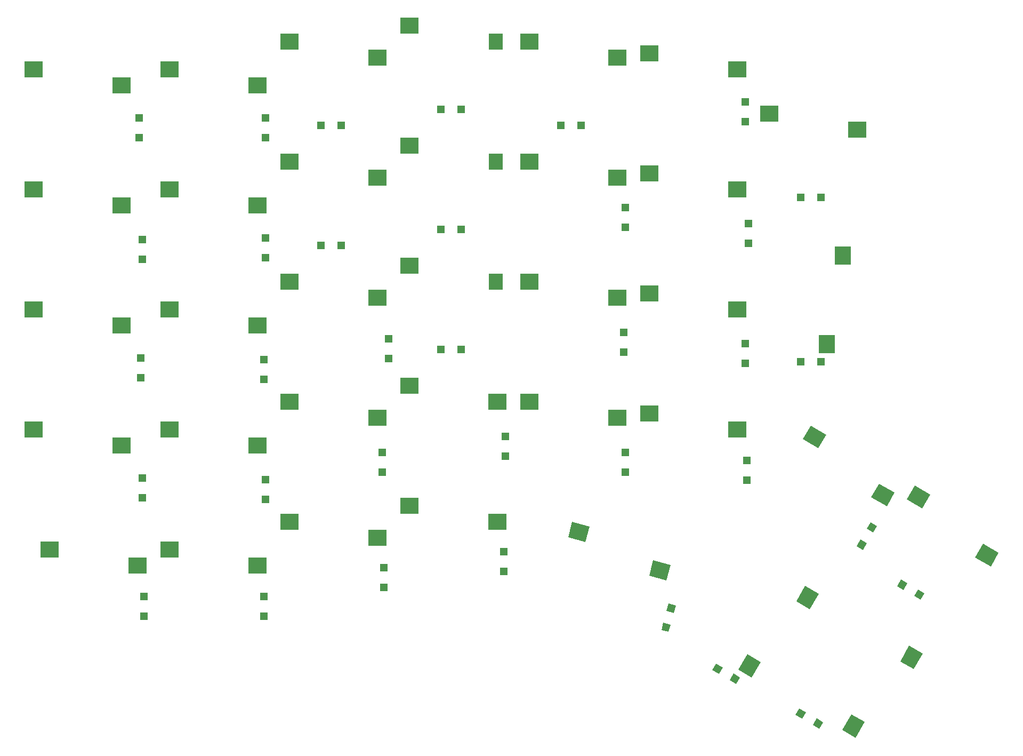
<source format=gtp>
G04 #@! TF.GenerationSoftware,KiCad,Pcbnew,(5.1.5)-3*
G04 #@! TF.CreationDate,2020-02-25T19:23:58+01:00*
G04 #@! TF.ProjectId,redox_rev1,7265646f-785f-4726-9576-312e6b696361,1.0*
G04 #@! TF.SameCoordinates,Original*
G04 #@! TF.FileFunction,Paste,Top*
G04 #@! TF.FilePolarity,Positive*
%FSLAX46Y46*%
G04 Gerber Fmt 4.6, Leading zero omitted, Abs format (unit mm)*
G04 Created by KiCad (PCBNEW (5.1.5)-3) date 2020-02-25 19:23:58*
%MOMM*%
%LPD*%
G04 APERTURE LIST*
%ADD10R,2.850000X2.500000*%
%ADD11R,1.200000X1.200000*%
%ADD12R,2.250000X2.500000*%
%ADD13R,2.500000X2.850000*%
%ADD14C,0.100000*%
G04 APERTURE END LIST*
D10*
X84790000Y-80645000D03*
X98806000Y-83185000D03*
X120396000Y-121285000D03*
X106380000Y-118745000D03*
D11*
X101600000Y-72441000D03*
X101600000Y-69291000D03*
X206705000Y-107950000D03*
X209855000Y-107950000D03*
D10*
X144480000Y-73660000D03*
D12*
X158196000Y-76200000D03*
D10*
X120396000Y-64135000D03*
X106380000Y-61595000D03*
X84790000Y-61595000D03*
X98806000Y-64135000D03*
X139446000Y-78740000D03*
X125430000Y-76200000D03*
X139446000Y-116840000D03*
X125430000Y-114300000D03*
X139446000Y-59690000D03*
X125430000Y-57150000D03*
X177546000Y-59690000D03*
X163530000Y-57150000D03*
X196596000Y-61595000D03*
X182580000Y-59055000D03*
X215646000Y-71120000D03*
X201630000Y-68580000D03*
X120396000Y-83185000D03*
X106380000Y-80645000D03*
X177546000Y-78740000D03*
X163530000Y-76200000D03*
X196596000Y-80645000D03*
X182580000Y-78105000D03*
D13*
X213360000Y-91140000D03*
X210820000Y-105156000D03*
D10*
X84790000Y-99695000D03*
X98806000Y-102235000D03*
X120396000Y-102235000D03*
X106380000Y-99695000D03*
X139446000Y-97790000D03*
X125430000Y-95250000D03*
X177546000Y-97790000D03*
X163530000Y-95250000D03*
X196596000Y-99695000D03*
X182580000Y-97155000D03*
D14*
G36*
X217880057Y-129488327D02*
G01*
X219130057Y-127323263D01*
X221598229Y-128748263D01*
X220348229Y-130913327D01*
X217880057Y-129488327D01*
G37*
G36*
X207011845Y-120280623D02*
G01*
X208261845Y-118115559D01*
X210730017Y-119540559D01*
X209480017Y-121705623D01*
X207011845Y-120280623D01*
G37*
D10*
X84790000Y-118745000D03*
X98806000Y-121285000D03*
X158496000Y-114300000D03*
X144480000Y-111760000D03*
X177546000Y-116840000D03*
X163530000Y-114300000D03*
X196596000Y-118745000D03*
X182580000Y-116205000D03*
D14*
G36*
X234390057Y-139013327D02*
G01*
X235640057Y-136848263D01*
X238108229Y-138273263D01*
X236858229Y-140438327D01*
X234390057Y-139013327D01*
G37*
G36*
X223521845Y-129805623D02*
G01*
X224771845Y-127640559D01*
X227240017Y-129065559D01*
X225990017Y-131230623D01*
X223521845Y-129805623D01*
G37*
D10*
X101346000Y-140335000D03*
X87330000Y-137795000D03*
X120396000Y-140335000D03*
X106380000Y-137795000D03*
X139446000Y-135890000D03*
X125430000Y-133350000D03*
X158496000Y-133350000D03*
X144480000Y-130810000D03*
D14*
G36*
X169721426Y-135815540D02*
G01*
X170368474Y-133400726D01*
X173121362Y-134138360D01*
X172474314Y-136553174D01*
X169721426Y-135815540D01*
G37*
G36*
X182602442Y-141896599D02*
G01*
X183249490Y-139481785D01*
X186002378Y-140219419D01*
X185355330Y-142634233D01*
X182602442Y-141896599D01*
G37*
G36*
X207379377Y-143511845D02*
G01*
X209544441Y-144761845D01*
X208119441Y-147230017D01*
X205954377Y-145980017D01*
X207379377Y-143511845D01*
G37*
G36*
X198171673Y-154380057D02*
G01*
X200336737Y-155630057D01*
X198911737Y-158098229D01*
X196746673Y-156848229D01*
X198171673Y-154380057D01*
G37*
G36*
X223889377Y-153036845D02*
G01*
X226054441Y-154286845D01*
X224629441Y-156755017D01*
X222464377Y-155505017D01*
X223889377Y-153036845D01*
G37*
G36*
X214681673Y-163905057D02*
G01*
X216846737Y-165155057D01*
X215421737Y-167623229D01*
X213256673Y-166373229D01*
X214681673Y-163905057D01*
G37*
D10*
X144480000Y-54610000D03*
D12*
X158196000Y-57150000D03*
D10*
X144480000Y-92710000D03*
D12*
X158196000Y-95250000D03*
D11*
X121666000Y-72441000D03*
X121666000Y-69291000D03*
X130505000Y-70485000D03*
X133655000Y-70485000D03*
X149555000Y-67945000D03*
X152705000Y-67945000D03*
X168605000Y-70485000D03*
X171755000Y-70485000D03*
X197866000Y-69901000D03*
X197866000Y-66751000D03*
X206705000Y-81915000D03*
X209855000Y-81915000D03*
X102108000Y-91745000D03*
X102108000Y-88595000D03*
X121666000Y-91491000D03*
X121666000Y-88341000D03*
X130505000Y-89535000D03*
X133655000Y-89535000D03*
X149555000Y-86995000D03*
X152705000Y-86995000D03*
X178816000Y-86665000D03*
X178816000Y-83515000D03*
X198374000Y-89205000D03*
X198374000Y-86055000D03*
X101854000Y-110541000D03*
X101854000Y-107391000D03*
X121412000Y-110795000D03*
X121412000Y-107645000D03*
X141224000Y-107493000D03*
X141224000Y-104343000D03*
X149555000Y-106045000D03*
X152705000Y-106045000D03*
X178562000Y-106477000D03*
X178562000Y-103327000D03*
X197866000Y-108255000D03*
X197866000Y-105105000D03*
D14*
G36*
X216162885Y-136180375D02*
G01*
X217202115Y-136780375D01*
X216602115Y-137819605D01*
X215562885Y-137219605D01*
X216162885Y-136180375D01*
G37*
G36*
X217737885Y-133452395D02*
G01*
X218777115Y-134052395D01*
X218177115Y-135091625D01*
X217137885Y-134491625D01*
X217737885Y-133452395D01*
G37*
D11*
X102108000Y-129591000D03*
X102108000Y-126441000D03*
X121666000Y-129845000D03*
X121666000Y-126695000D03*
X140208000Y-125527000D03*
X140208000Y-122377000D03*
X159766000Y-122987000D03*
X159766000Y-119837000D03*
X178816000Y-125527000D03*
X178816000Y-122377000D03*
X198120000Y-126797000D03*
X198120000Y-123647000D03*
D14*
G36*
X223610625Y-143137885D02*
G01*
X223010625Y-144177115D01*
X221971395Y-143577115D01*
X222571395Y-142537885D01*
X223610625Y-143137885D01*
G37*
G36*
X226338605Y-144712885D02*
G01*
X225738605Y-145752115D01*
X224699375Y-145152115D01*
X225299375Y-144112885D01*
X226338605Y-144712885D01*
G37*
D11*
X102362000Y-148387000D03*
X102362000Y-145237000D03*
X121412000Y-148387000D03*
X121412000Y-145237000D03*
X140462000Y-143815000D03*
X140462000Y-140665000D03*
X159512000Y-141275000D03*
X159512000Y-138125000D03*
D14*
G36*
X184842096Y-149376486D02*
G01*
X186001207Y-149687069D01*
X185690624Y-150846180D01*
X184531513Y-150535597D01*
X184842096Y-149376486D01*
G37*
G36*
X185657376Y-146333820D02*
G01*
X186816487Y-146644403D01*
X186505904Y-147803514D01*
X185346793Y-147492931D01*
X185657376Y-146333820D01*
G37*
G36*
X194273625Y-156472885D02*
G01*
X193673625Y-157512115D01*
X192634395Y-156912115D01*
X193234395Y-155872885D01*
X194273625Y-156472885D01*
G37*
G36*
X197001605Y-158047885D02*
G01*
X196401605Y-159087115D01*
X195362375Y-158487115D01*
X195962375Y-157447885D01*
X197001605Y-158047885D01*
G37*
G36*
X207481625Y-163584885D02*
G01*
X206881625Y-164624115D01*
X205842395Y-164024115D01*
X206442395Y-162984885D01*
X207481625Y-163584885D01*
G37*
G36*
X210209605Y-165159885D02*
G01*
X209609605Y-166199115D01*
X208570375Y-165599115D01*
X209170375Y-164559885D01*
X210209605Y-165159885D01*
G37*
M02*

</source>
